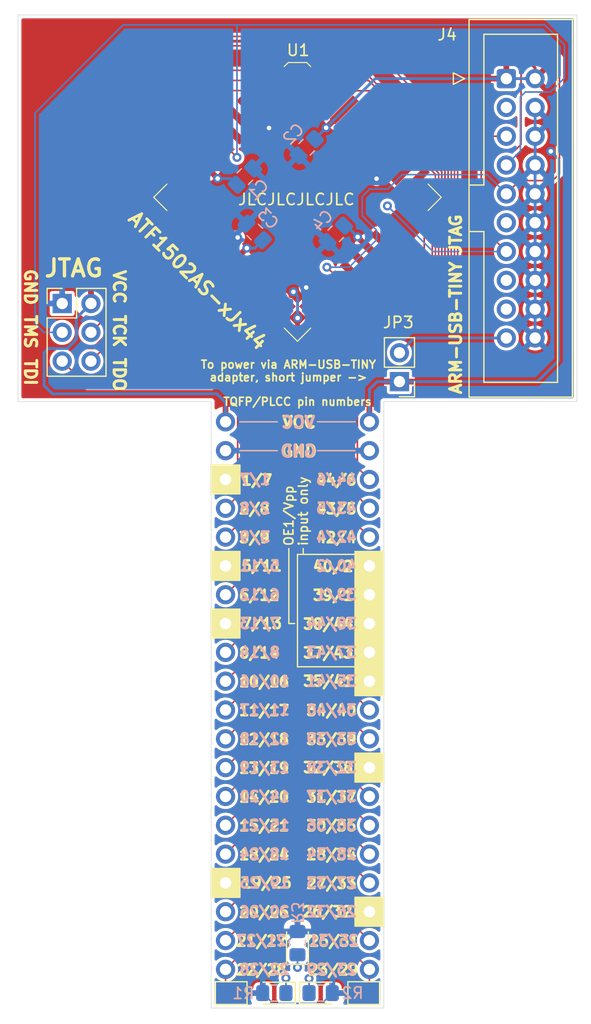
<source format=kicad_pcb>
(kicad_pcb (version 20211014) (generator pcbnew)
  (layers (0 "F.Cu" signal) (31 "B.Cu" signal) (34 "B.Paste" user) (35 "F.Paste" user) (36 "B.SilkS" user "B.Silkscreen") (37 "F.SilkS" user "F.Silkscreen") (38 "B.Mask" user) (39 "F.Mask" user) (44 "Edge.Cuts" user))
  (net 0 "")
  (net 1 "GND")
  (net 2 "+5V")
  (net 3 "/TDO")
  (net 4 "/TDI")
  (net 5 "/TCK")
  (net 6 "/TMS")
  (net 7 "Net-(J2-Pad17)")
  (net 8 "Net-(J2-Pad16)")
  (net 9 "Net-(J2-Pad15)")
  (net 10 "Net-(J2-Pad14)")
  (net 11 "Net-(J2-Pad12)")
  (net 12 "Net-(J2-Pad11)")
  (net 13 "Net-(J2-Pad10)")
  (net 14 "Net-(J2-Pad9)")
  (net 15 "Net-(J2-Pad8)")
  (net 16 "Net-(J2-Pad7)")
  (net 17 "Net-(J2-Pad6)")
  (net 18 "Net-(J2-Pad5)")
  (net 19 "Net-(J2-Pad4)")
  (net 20 "Net-(J2-Pad3)")
  (net 21 "Net-(J3-Pad17)")
  (net 22 "Net-(J3-Pad16)")
  (net 23 "Net-(J3-Pad15)")
  (net 24 "Net-(J3-Pad14)")
  (net 25 "Net-(J3-Pad12)")
  (net 26 "Net-(J3-Pad11)")
  (net 27 "Net-(J3-Pad10)")
  (net 28 "Net-(J3-Pad9)")
  (net 29 "Net-(J3-Pad8)")
  (net 30 "Net-(J3-Pad7)")
  (net 31 "Net-(J3-Pad6)")
  (net 32 "Net-(J3-Pad5)")
  (net 33 "Net-(J3-Pad4)")
  (net 34 "Net-(J3-Pad3)")
  (net 35 "Net-(D1-Pad2)")
  (net 36 "Net-(D2-Pad2)")
  (net 37 "/LED1")
  (net 38 "/LED2")
  (net 39 "Net-(J2-Pad2)")
  (net 40 "Net-(J3-Pad19)")
  (net 45 "Net-(D1-Pad1)")
  (net 46 "Net-(D2-Pad1)")
  (net 47 "Net-(D3-Pad1)")
  (net 48 "/+5V_POWER_FROM_ARM_JTAG_TINY")
  (footprint "LED_SMD:LED_0805_2012Metric_Pad1.15x1.40mm_HandSolder" (layer "F.Cu") (at 154.303333 152.09 180)
    (fp_text reference "D1" hide)
    (fp_text value "GRN")
  )
  (footprint "LED_SMD:LED_0805_2012Metric_Pad1.15x1.40mm_HandSolder" (layer "F.Cu") (at 156.35 147.6875 90)
    (fp_text reference "D3" hide)
    (fp_text value "GRN")
  )
  (footprint "Jumper:SolderJumper-2_P1.3mm_Open_TrianglePad1.0x1.5mm" (layer "F.Cu") (at 150.5 152.09)
    (fp_text reference "JP1" hide)
    (fp_text value "DNP" hide)
  )
  (footprint "Jumper:SolderJumper-2_P1.3mm_Open_TrianglePad1.0x1.5mm" (layer "F.Cu") (at 162.2 152.09 180)
    (fp_text reference "JP2" hide)
    (fp_text value "DNP" hide)
  )
  (footprint "Connector_PinHeader_2.54mm:PinHeader_2x03_P2.54mm_Vertical" (layer "F.Cu") (at 135.58 91.31)
    (fp_text reference "J1" hide)
    (fp_text value "VERT" hide)
  )
  (footprint "LED_SMD:LED_0805_2012Metric_Pad1.15x1.40mm_HandSolder" (layer "F.Cu") (at 158.396666 152.09)
    (fp_text reference "D2" hide)
    (fp_text value "GRN")
  )
  (footprint "Connector_IDC:IDC-Header_2x10_P2.54mm_Vertical" (layer "F.Cu") (at 174.7875 71.49)
    (fp_text reference "J4")
    (fp_text value "Conn_02x10_Odd_Even" hide)
  )
  (footprint "my_footprints:PLCC-44-handsold" (layer "F.Cu") (at 156.35 81.95 -45)
    (fp_text reference "U1")
    (fp_text value "ATF1502AS-xJx44")
  )
  (footprint "Connector_PinHeader_2.54mm:PinHeader_1x02_P2.54mm_Vertical" (layer "F.Cu") (at 165.35 98.195 180)
    (fp_text reference "JP3")
    (fp_text value "Jumper_2_Bridged")
  )
  (footprint "Capacitor_SMD:C_0805_2012Metric_Pad1.15x1.40mm_HandSolder" (layer "B.Cu") (at 152.575216 85.005216 135)
    (fp_text reference "C3")
    (fp_text value "220n" hide)
  )
  (footprint "Capacitor_SMD:C_0805_2012Metric_Pad1.15x1.40mm_HandSolder" (layer "B.Cu") (at 159.73 85.17 -135)
    (fp_text reference "C4")
    (fp_text value "220n" hide)
  )
  (footprint "ATF1502AS-EVB:PinHeader_1x20_P2.54mm_Vertical_NoSilk" (layer "B.Cu") (at 162.7 101.74 180)
    (fp_text reference "J3" hide)
    (fp_text value "VERT" hide)
  )
  (footprint "Capacitor_SMD:C_0805_2012Metric_Pad1.15x1.40mm_HandSolder" (layer "B.Cu") (at 151.71 80.12 45)
    (fp_text reference "C1")
    (fp_text value "220n" hide)
  )
  (footprint "ATF1502AS-EVB:PinHeader_1x20_P2.54mm_Vertical_NoSilk" (layer "B.Cu") (at 150 150)
    (fp_text reference "J2" hide)
    (fp_text value "VERT" hide)
  )
  (footprint "Capacitor_SMD:C_0805_2012Metric_Pad1.15x1.40mm_HandSolder" (layer "B.Cu") (at 157.16 77.54 -135)
    (fp_text reference "C2")
    (fp_text value "220n" hide)
  )
  (footprint "Resistor_SMD:R_0805_2012Metric_Pad1.15x1.40mm_HandSolder" (layer "B.Cu") (at 156.35 147.69 90)
    (fp_text reference "R3")
    (fp_text value "10k")
  )
  (footprint "Resistor_SMD:R_0805_2012Metric_Pad1.15x1.40mm_HandSolder" (layer "B.Cu") (at 158.4 152.09)
    (fp_text reference "R2")
    (fp_text value "10k")
  )
  (footprint "Resistor_SMD:R_0805_2012Metric_Pad1.15x1.40mm_HandSolder" (layer "B.Cu") (at 154.31 152.09 180)
    (fp_text reference "R1")
    (fp_text value "10k")
  )
  (gr_line (start 151.27 104.28) (end 154.572 104.28) (layer "B.SilkS") (width 0.12))
  (gr_line (start 151.27 101.74) (end 154.572 101.74) (layer "B.SilkS") (width 0.12))
  (gr_line (start 158.128 101.74) (end 161.43 101.74) (layer "B.SilkS") (width 0.12))
  (gr_line (start 158.128 104.28) (end 161.43 104.28) (layer "B.SilkS") (width 0.12))
  (gr_rect (start 148.73 113.17) (end 151.27 115.71) (layer "F.SilkS") (width 0.12) (fill solid))
  (gr_line (start 158.128 104.28) (end 161.43 104.28) (layer "F.SilkS") (width 0.12))
  (gr_line (start 156.096 119.52) (end 155.588 119.52) (layer "F.SilkS") (width 0.12))
  (gr_rect (start 148.73 105.55) (end 151.27 108.09) (layer "F.SilkS") (width 0.12) (fill solid))
  (gr_line (start 161.43 123.33) (end 156.35 123.33) (layer "F.SilkS") (width 0.12))
  (gr_rect (start 148.73 118.25) (end 151.27 120.79) (layer "F.SilkS") (width 0.12) (fill solid))
  (gr_rect (start 163.97 143.65) (end 161.43 146.19) (layer "F.SilkS") (width 0.12) (fill solid))
  (gr_rect (start 163.97 113.17) (end 161.43 125.87) (layer "F.SilkS") (width 0.12) (fill solid))
  (gr_line (start 158.128 101.74) (end 161.43 101.74) (layer "F.SilkS") (width 0.12))
  (gr_line (start 151.27 101.74) (end 154.572 101.74) (layer "F.SilkS") (width 0.12))
  (gr_line (start 156.858 113.424) (end 156.858 112.916) (layer "F.SilkS") (width 0.12))
  (gr_line (start 156.35 113.424) (end 161.43 113.424) (layer "F.SilkS") (width 0.12))
  (gr_line (start 155.588 119.52) (end 155.588 112.916) (layer "F.SilkS") (width 0.12))
  (gr_rect (start 163.97 130.95) (end 161.43 133.49) (layer "F.SilkS") (width 0.12) (fill solid))
  (gr_line (start 156.35 123.33) (end 156.35 113.424) (layer "F.SilkS") (width 0.12))
  (gr_line (start 151.27 104.28) (end 154.572 104.28) (layer "F.SilkS") (width 0.12))
  (gr_rect (start 148.73 141.11) (end 151.27 143.65) (layer "F.SilkS") (width 0.12) (fill solid))
  (gr_line (start 163.97 99.962) (end 181.02 99.962) (layer "Edge.Cuts") (width 0.05))
  (gr_line (start 131.68 65.88) (end 131.68 99.962) (layer "Edge.Cuts") (width 0.05))
  (gr_line (start 131.68 99.962) (end 148.73 99.962) (layer "Edge.Cuts") (width 0.05))
  (gr_line (start 148.73 153.41) (end 163.97 153.41) (layer "Edge.Cuts") (width 0.05))
  (gr_line (start 181.02 99.962) (end 181.02 65.88) (layer "Edge.Cuts") (width 0.05))
  (gr_line (start 148.73 153.41) (end 148.73 99.962) (layer "Edge.Cuts") (width 0.05))
  (gr_line (start 163.97 153.41) (end 163.97 99.962) (layer "Edge.Cuts") (width 0.05))
  (gr_line (start 181.02 65.88) (end 131.68 65.88) (layer "Edge.Cuts") (width 0.05))
  (gr_text "GND" (at 158.128 104.33) (layer "B.SilkS") (effects (font (size 1.016 1.016) (thickness 0.254)) (justify left mirror)))
  (gr_text "VCC" (at 158.031238 101.79) (layer "B.SilkS") (effects (font (size 1.016 1.016) (thickness 0.254)) (justify left mirror)))
  (gr_text "14/20" (at 155.778286 134.76) (layer "B.SilkS") (effects (font (size 0.9 0.9) (thickness 0.225)) (justify left mirror)))
  (gr_text "42/4" (at 157.874 111.9) (layer "B.SilkS") (effects (font (size 0.9 0.9) (thickness 0.225)) (justify right mirror)))
  (gr_text "30/36" (at 157.016857 137.3) (layer "B.SilkS") (effects (font (size 0.9 0.9) (thickness 0.225)) (justify right mirror)))
  (gr_text "19/25" (at 155.778286 142.38) (layer "B.SilkS") (effects (font (size 0.9 0.9) (thickness 0.225)) (justify left mirror)))
  (gr_text "18/24" (at 155.778286 139.84) (layer "B.SilkS") (effects (font (size 0.9 0.9) (thickness 0.225)) (justify left mirror)))
  (gr_text "13/19" (at 155.778286 132.22) (layer "B.SilkS") (effects (font (size 0.9 0.9) (thickness 0.225)) (justify left mirror)))
  (gr_text "44/6" (at 157.874 106.82) (layer "B.SilkS") (effects (font (size 0.9 0.9) (thickness 0.225)) (justify right mirror)))
  (gr_text "43/5" (at 157.874 109.36) (layer "B.SilkS") (effects (font (size 0.9 0.9) (thickness 0.225)) (justify right mirror)))
  (gr_text "31/37" (at 157.016857 134.76) (layer "B.SilkS") (effects (font (size 0.9 0.9) (thickness 0.225)) (justify right mirror)))
  (gr_text "3/9" (at 154.064 111.9) (layer "B.SilkS") (effects (font (size 0.9 0.9) (thickness 0.225)) (justify left mirror)))
  (gr_text "1/7" (at 154.064 106.82) (layer "B.SilkS") (effects (font (size 0.9 0.9) (thickness 0.225)) (justify left mirror)))
  (gr_text "15/21" (at 155.778286 137.3) (layer "B.SilkS") (effects (font (size 0.9 0.9) (thickness 0.225)) (justify left mirror)))
  (gr_text "10/16" (at 155.778286 124.6) (layer "B.SilkS") (effects (font (size 0.9 0.9) (thickness 0.225)) (justify left mirror)))
  (gr_text "39/1" (at 157.874 116.98) (layer "B.SilkS") (effects (font (size 0.9 0.9) (thickness 0.225)) (justify right mirror)))
  (gr_text "20/26" (at 155.778286 144.92) (layer "B.SilkS") (effects (font (size 0.9 0.9) (thickness 0.225)) (justify left mirror)))
  (gr_text "26/32" (at 157.016857 144.92) (layer "B.SilkS") (effects (font (size 0.9 0.9) (thickness 0.225)) (justify right mirror)))
  (gr_text "21/27" (at 155.51 147.46) (layer "B.SilkS") (effects (font (size 0.9 0.9) (thickness 0.225)) (justify left mirror)))
  (gr_text "23/29" (at 157.016857 150) (layer "B.SilkS") (effects (font (size 0.9 0.9) (thickness 0.225)) (justify right mirror)))
  (gr_text "27/33" (at 157.016857 142.38) (layer "B.SilkS") (effects (font (size 0.9 0.9) (thickness 0.225)) (justify right mirror)))
  (gr_text "7/13" (at 154.921143 119.52) (layer "B.SilkS") (effects (font (size 0.9 0.9) (thickness 0.225)) (justify left mirror)))
  (gr_text "28/34" (at 157.016857 139.84) (layer "B.SilkS") (effects (font (size 0.9 0.9) (thickness 0.225)) (justify right mirror)))
  (gr_text "2/8" (at 154.064 109.36) (layer "B.SilkS") (effects (font (size 0.9 0.9) (thickness 0.225)) (justify left mirror)))
  (gr_text "5/11" (at 154.921143 114.44) (layer "B.SilkS") (effects (font (size 0.9 0.9) (thickness 0.225)) (justify left mirror)))
  (gr_text "35/41" (at 157.016857 124.6) (layer "B.SilkS") (effects (font (size 0.9 0.9) (thickness 0.225)) (justify right mirror)))
  (gr_text "38/44" (at 157.016857 119.52) (layer "B.SilkS") (effects (font (size 0.9 0.9) (thickness 0.225)) (justify right mirror)))
  (gr_text "11/17" (at 155.778286 127.14) (layer "B.SilkS") (effects (font (size 0.9 0.9) (thickness 0.225)) (justify left mirror)))
  (gr_text "25/31" (at 157.2 147.46) (layer "B.SilkS") (effects (font (size 0.9 0.9) (thickness 0.225)) (justify right mirror)))
  (gr_text "12/18" (at 155.778286 129.68) (layer "B.SilkS") (effects (font (size 0.9 0.9) (thickness 0.225)) (justify left mirror)))
  (gr_text "37/43" (at 157.016857 122.06) (layer "B.SilkS") (effects (font (size 0.9 0.9) (thickness 0.225)) (justify right mirror)))
  (gr_text "40/2" (at 157.874 114.44) (layer "B.SilkS") (effects (font (size 0.9 0.9) (thickness 0.225)) (justify right mirror)))
  (gr_text "32/38" (at 157.016857 132.22) (layer "B.SilkS") (effects (font (size 0.9 0.9) (thickness 0.225)) (justify right mirror)))
  (gr_text "8/14" (at 154.921143 122.06) (layer "B.SilkS") (effects (font (size 0.9 0.9) (thickness 0.225)) (justify left mirror)))
  (gr_text "33/39" (at 157.016857 129.68) (layer "B.SilkS") (effects (font (size 0.9 0.9) (thickness 0.225)) (justify right mirror)))
  (gr_text "6/12" (at 154.921143 116.98) (layer "B.SilkS") (effects (font (size 0.9 0.9) (thickness 0.225)) (justify left mirror)))
  (gr_text "22/28" (at 155.778286 150) (layer "B.SilkS") (effects (font (size 0.9 0.9) (thickness 0.225)) (justify left mirror)))
  (gr_text "34/40" (at 157.016857 127.14) (layer "B.SilkS") (effects (font (size 0.9 0.9) (thickness 0.225)) (justify right mirror)))
  (gr_text "1/7" (at 151.29 106.87) (layer "F.SilkS") (effects (font (size 0.9 0.9) (thickness 0.225)) (justify left)))
  (gr_text "2/8" (at 151.07 109.41) (layer "F.SilkS") (effects (font (size 0.9 0.9) (thickness 0.225)) (justify left)))
  (gr_text "3/9" (at 151.07 111.95) (layer "F.SilkS") (effects (font (size 0.9 0.9) (thickness 0.225)) (justify left)))
  (gr_text "5/11" (at 151.29 114.44) (layer "F.SilkS") (effects (font (size 0.9 0.9) (thickness 0.225)) (justify left)))
  (gr_text "6/12" (at 151.07 117.03) (layer "F.SilkS") (effects (font (size 0.9 0.9) (thickness 0.225)) (justify left)))
  (gr_text "7/13" (at 151.29 119.52) (layer "F.SilkS") (effects (font (size 0.9 0.9) (thickness 0.225)) (justify left)))
  (gr_text "8/14" (at 151.07 122.11) (layer "F.SilkS") (effects (font (size 0.9 0.9) (thickness 0.225)) (justify left)))
  (gr_text "10/16" (at 151.07 124.65) (layer "F.SilkS") (effects (font (size 0.9 0.9) (thickness 0.225)) (justify left)))
  (gr_text "11/17" (at 151.07 127.19) (layer "F.SilkS") (effects (font (size 0.9 0.9) (thickness 0.225)) (justify left)))
  (gr_text "12/18" (at 151.07 129.73) (layer "F.SilkS") (effects (font (size 0.9 0.9) (thickness 0.225)) (justify left)))
  (gr_text "13/19" (at 151.07 132.27) (layer "F.SilkS") (effects (font (size 0.9 0.9) (thickness 0.225)) (justify left)))
  (gr_text "14/20" (at 151.07 134.81) (layer "F.SilkS") (effects (font (size 0.9 0.9) (thickness 0.225)) (justify left)))
  (gr_text "15/21" (at 151.07 137.35) (layer "F.SilkS") (effects (font (size 0.9 0.9) (thickness 0.225)) (justify left)))
  (gr_text "18/24" (at 151.07 139.89) (layer "F.SilkS") (effects (font (size 0.9 0.9) (thickness 0.225)) (justify left)))
  (gr_text "19/25" (at 151.3 142.38) (layer "F.SilkS") (effects (font (size 0.9 0.9) (thickness 0.225)) (justify left)))
  (gr_text "20/26" (at 151.07 144.97) (layer "F.SilkS") (effects (font (size 0.9 0.9) (thickness 0.225)) (justify left)))
  (gr_text "21/27" (at 150.83 147.51) (layer "F.SilkS") (effects (font (size 0.9 0.9) (thickness 0.225)) (justify left)))
  (gr_text "22/28" (at 150.83 150.05) (layer "F.SilkS") (effects (font (size 0.9 0.9) (thickness 0.225)) (justify left)))
  (gr_text "23/29" (at 161.84 150.05) (layer "F.SilkS") (effects (font (size 0.9 0.9) (thickness 0.225)) (justify right)))
  (gr_text "25/31" (at 161.92 147.51) (layer "F.SilkS") (effects (font (size 0.9 0.9) (thickness 0.225)) (justify right)))
  (gr_text "26/32" (at 161.32 144.92) (layer "F.SilkS") (effects (font (size 0.9 0.9) (thickness 0.225)) (justify right)))
  (gr_text "27/33" (at 161.684 142.43) (layer "F.SilkS") (effects (font (size 0.9 0.9) (thickness 0.225)) (justify right)))
  (gr_text "28/34" (at 161.684 139.89) (layer "F.SilkS") (effects (font (size 0.9 0.9) (thickness 0.225)) (justify right)))
  (gr_text "30/36" (at 161.684 137.35) (layer "F.SilkS") (effects (font (size 0.9 0.9) (thickness 0.225)) (justify right)))
  (gr_text "31/37" (at 161.684 134.81) (layer "F.SilkS") (effects (font (size 0.9 0.9) (thickness 0.225)) (justify right)))
  (gr_text "32/38" (at 161.4 132.22) (layer "F.SilkS") (effects (font (size 0.9 0.9) (thickness 0.225)) (justify right)))
  (gr_text "33/39" (at 161.684 129.73) (layer "F.SilkS") (effects (font (size 0.9 0.9) (thickness 0.225)) (justify right)))
  (gr_text "34/40" (at 161.684 127.19) (layer "F.SilkS") (effects (font (size 0.9 0.9) (thickness 0.225)) (justify right)))
  (gr_text "35/41" (at 161.4 124.6) (layer "F.SilkS") (effects (font (size 0.9 0.9) (thickness 0.225)) (justify right)))
  (gr_text "37/43" (at 161.4 122.11) (layer "F.SilkS") (effects (font (size 0.9 0.9) (thickness 0.225)) (justify right)))
  (gr_text "38/44" (at 161.4 119.57) (layer "F.SilkS") (effects (font (size 0.9 0.9) (thickness 0.225)) (justify right)))
  (gr_text "39/1" (at 161.4 117.03) (layer "F.SilkS") (effects (font (size 0.9 0.9) (thickness 0.225)) (justify right)))
  (gr_text "40/2" (at 161.4 114.49) (layer "F.SilkS") (effects (font (size 0.9 0.9) (thickness 0.225)) (justify right)))
  (gr_text "42/4" (at 161.684 111.95) (layer "F.SilkS") (effects (font (size 0.9 0.9) (thickness 0.225)) (justify right)))
  (gr_text "43/5" (at 161.684 109.41) (layer "F.SilkS") (effects (font (size 0.9 0.9) (thickness 0.225)) (justify right)))
  (gr_text "44/6" (at 161.684 106.87) (layer "F.SilkS") (effects (font (size 0.9 0.9) (thickness 0.225)) (justify right)))
  (gr_text "TMS" (at 132.78 95.42 270) (layer "F.SilkS") (effects (font (size 1.016 1.016) (thickness 0.254)) (justify right)))
  (gr_text "TDI" (at 132.78 98.67 270) (layer "F.SilkS") (effects (font (size 1.016 1.016) (thickness 0.254)) (justify right)))
  (gr_text "GND" (at 132.78 91.580381 270) (layer "F.SilkS") (effects (font (size 1.016 1.016) (thickness 0.254)) (justify right)))
  (gr_text "JTAG" (at 136.6 88.2) (layer "F.SilkS") (effects (font (size 1.5 1.5) (thickness 0.3))))
  (gr_text "VCC" (at 140.62 88.23 270) (layer "F.SilkS") (effects (font (size 1.016 1.016) (thickness 0.254)) (justify left)))
  (gr_text "TCK" (at 140.62 92.17 270) (layer "F.SilkS") (effects (font (size 1.016 1.016) (thickness 0.254)) (justify left)))
  (gr_text "TDO" (at 140.62 95.97 270) (layer "F.SilkS") (effects (font (size 1.016 1.016) (thickness 0.254)) (justify left)))
  (gr_text "VCC" (at 154.874381 101.79) (layer "F.SilkS") (effects (font (size 1.016 1.016) (thickness 0.254)) (justify left)))
  (gr_text "To power via ARM-USB-TINY\nadapter, short jumper ->" (at 155.55 97.25) (layer "F.SilkS") (effects (font (size 0.7 0.7))))
  (gr_text "TQFP/PLCC pin numbers" (at 156.35 99.962) (layer "F.SilkS") (effects (font (size 0.7 0.7))))
  (gr_text "ATF1502AS-xJx44" (at 147.55 89.28 315) (layer "F.SilkS") (effects (font (size 1.2 1.2) (thickness 0.25))))
  (gr_text "ARM-USB-TINY JTAG" (at 170.32 91.38 90) (layer "F.SilkS") (effects (font (size 1 1) (thickness 0.25))))
  (gr_text "JLCJLCJLCJLC" (at 156.25 82.14) (layer "F.SilkS") (effects (font (size 1 1))))
  (gr_text "GND" (at 154.777619 104.33) (layer "F.SilkS") (effects (font (size 1.016 1.016) (thickness 0.254)) (justify left)))
  (gr_text "OE1/Vpp" (at 155.588 110.014 90) (layer "F.SilkS") (effects (font (size 0.8 0.8))))
  (gr_text "input only" (at 156.858 109.614 90) (layer "F.SilkS") (effects (font (size 0.8 0.8))))
  (segment (start 152.240768 74.240768) (end 153.84 75.84) (width 0.25) (layer "F.Cu") (net 1))
  (segment (start 158.671078 91.451078) (end 157.12 89.9) (width 0.25) (layer "F.Cu") (net 1))
  (segment (start 152.232871 74.240768) (end 152.240768 74.240768) (width 0.25) (layer "F.Cu") (net 1))
  (segment (start 158.671078 91.455283) (end 158.671078 91.451078) (width 0.25) (layer "F.Cu") (net 1))
  (segment (start 149.594845 86.965155) (end 151.07 85.49) (width 0.25) (layer "F.Cu") (net 1))
  (segment (start 164.957257 78.730896) (end 164.909104 78.730896) (width 0.25) (layer "F.Cu") (net 1))
  (segment (start 164.909104 78.730896) (end 163.33 80.31) (width 0.25) (layer "F.Cu") (net 1))
  (segment (start 149.538794 86.965155) (end 149.594845 86.965155) (width 0.25) (layer "F.Cu") (net 1))
  (via (at 151.07 85.49) (size 0.8) (drill 0.4) (layers "F.Cu" "B.Cu") (net 1))
  (via (at 163.33 80.31) (size 0.8) (drill 0.4) (layers "F.Cu" "B.Cu") (net 1))
  (via (at 157.12 89.9) (size 0.8) (drill 0.4) (layers "F.Cu" "B.Cu") (net 1))
  (via (at 153.84 75.84) (size 0.8) (drill 0.4) (layers "F.Cu" "B.Cu") (net 1))
  (segment (start 154.195 153) (end 158.515 153) (width 0.14) (layer "B.Cu") (net 1))
  (segment (start 177.3275 74.03) (end 177.3275 94.35) (width 0.25) (layer "B.Cu") (net 1))
  (segment (start 153.285 149.73) (end 153.285 152.09) (width 0.14) (layer "B.Cu") (net 1))
  (segment (start 151.07 85.060864) (end 151.850432 84.280432) (width 0.25) (layer "B.Cu") (net 1))
  (segment (start 158.515 153) (end 159.425 152.09) (width 0.14) (layer "B.Cu") (net 1))
  (segment (start 151.07 85.49) (end 151.07 85.060864) (width 0.25) (layer "B.Cu") (net 1))
  (segment (start 156.35 146.665) (end 153.285 149.73) (width 0.14) (layer "B.Cu") (net 1))
  (segment (start 153.285 152.09) (end 154.195 153) (width 0.14) (layer "B.Cu") (net 1))
  (segment (start 150.44682 87.86318) (end 151.88 86.43) (width 0.25) (layer "F.Cu") (net 2))
  (segment (start 158.88 75.82) (end 158.88 83.68) (width 0.25) (layer "F.Cu") (net 2))
  (segment (start 177.3275 70.5475) (end 174.97 68.19) (width 0.25) (layer "F.Cu") (net 2))
  (segment (start 178.71 72.8725) (end 178.71 77.9) (width 0.25) (layer "F.Cu") (net 2))
  (segment (start 140.46 76.08) (end 140.46 93.13) (width 0.25) (layer "F.Cu") (net 2))
  (segment (start 149.3 81.89) (end 152.21 84.8) (width 0.25) (layer "F.Cu") (net 2))
  (segment (start 152.21 86.1) (end 151.88 86.43) (width 0.25) (layer "F.Cu") (net 2))
  (segment (start 150.43682 87.86318) (end 150.44682 87.86318) (width 0.25) (layer "F.Cu") (net 2))
  (segment (start 155.99 90.28) (end 154.6 88.89) (width 0.25) (layer "F.Cu") (net 2))
  (segment (start 160.459232 74.240768) (end 158.88 75.82) (width 0.25) (layer "F.Cu") (net 2))
  (segment (start 136.82 94.64) (end 136.82 92.61) (width 0.25) (layer "F.Cu") (net 2))
  (segment (start 177.3275 71.49) (end 177.3275 70.5475) (width 0.25) (layer "F.Cu") (net 2))
  (segment (start 158.09 83.79) (end 154.6 87.28) (width 0.25) (layer "F.Cu") (net 2))
  (segment (start 147.742743 78.730896) (end 147.742743 78.742743) (width 0.25) (layer "F.Cu") (net 2))
  (segment (start 161.66 85.44) (end 160.01 83.79) (width 0.25) (layer "F.Cu") (net 2))
  (segment (start 163.161206 86.965155) (end 163.161206 86.941206) (width 0.25) (layer "F.Cu") (net 2))
  (segment (start 158.88 83.68) (end 158.99 83.79) (width 0.25) (layer "F.Cu") (net 2))
  (segment (start 147.742743 78.742743) (end 149.3 80.3) (width 0.25) (layer "F.Cu") (net 2))
  (segment (start 154.6 88.89) (end 154.6 87.28) (width 0.25) (layer "F.Cu") (net 2))
  (segment (start 148.35 68.19) (end 140.46 76.08) (width 0.25) (layer "F.Cu") (net 2))
  (segment (start 163.161206 86.941206) (end 161.66 85.44) (width 0.25) (layer "F.Cu") (net 2))
  (segment (start 152.21 84.8) (end 152.21 86.1) (width 0.25) (layer "F.Cu") (net 2))
  (segment (start 154.6 87.28) (end 152.73 87.28) (width 0.25) (layer "F.Cu") (net 2))
  (segment (start 140.46 93.13) (end 138.37 95.22) (width 0.25) (layer "F.Cu") (net 2))
  (segment (start 152.73 87.28) (end 151.88 86.43) (width 0.25) (layer "F.Cu") (net 2))
  (segment (start 138.37 95.22) (end 137.4 95.22) (width 0.25) (layer "F.Cu") (net 2))
  (segment (start 177.3275 71.49) (end 178.71 72.8725) (width 0.25) (layer "F.Cu") (net 2))
  (segment (start 149.3 80.3) (end 149.3 81.89) (width 0.25) (layer "F.Cu") (net 2))
  (segment (start 156.36 92.59) (end 156.36 146.6525) (width 0.25) (layer "F.Cu") (net 2))
  (segment (start 136.82 92.61) (end 138.12 91.31) (width 0.25) (layer "F.Cu") (net 2))
  (segment (start 137.4 95.22) (end 136.82 94.64) (width 0.25) (layer "F.Cu") (net 2))
  (segment (start 160.467129 74.240768) (end 160.459232 74.240768) (width 0.25) (layer "F.Cu") (net 2))
  (segment (start 160.01 83.79) (end 158.99 83.79) (width 0.25) (layer "F.Cu") (net 2))
  (segment (start 156.36 146.6525) (end 156.35 146.6625) (width 0.25) (layer "F.Cu") (net 2))
  (segment (start 174.97 68.19) (end 148.35 68.19) (width 0.25) (layer "F.Cu") (net 2))
  (segment (start 158.99 83.79) (end 158.09 83.79) (width 0.25) (layer "F.Cu") (net 2))
  (via (at 178.71 77.9) (size 0.8) (drill 0.4) (layers "F.Cu" "B.Cu") (net 2))
  (via (at 155.99 90.28) (size 0.8) (drill 0.4) (layers "F.Cu" "B.Cu") (net 2))
  (via (at 156.36 92.59) (size 0.8) (drill 0.4) (layers "F.Cu" "B.Cu") (net 2))
  (via (at 161.66 85.44) (size 0.8) (drill 0.4) (layers "F.Cu" "B.Cu") (net 2))
  (via (at 151.88 86.43) (size 0.8) (drill 0.4) (layers "F.Cu" "B.Cu") (net 2))
  (via (at 149.3 80.3) (size 0.8) (drill 0.4) (layers "F.Cu" "B.Cu") (net 2))
  (via (at 158.88 75.82) (size 0.8) (drill 0.4) (layers "F.Cu" "B.Cu") (net 2))
  (segment (start 149.24 99.27) (end 150 100.03) (width 0.25) (layer "B.Cu") (net 2))
  (segment (start 179.4 78.59) (end 178.71 77.9) (width 0.25) (layer "B.Cu") (net 2))
  (segment (start 157.884784 76.815216) (end 158.88 75.82) (width 0.25) (layer "B.Cu") (net 2))
  (segment (start 138.12 91.31) (end 136.83 92.6) (width 0.25) (layer "B.Cu") (net 2))
  (segment (start 162.7 98.87) (end 163.375 98.195) (width 0.25) (layer "B.Cu") (net 2))
  (segment (start 163.21 71.49) (end 158.88 75.82) (width 0.25) (layer "B.Cu") (net 2))
  (segment (start 149.3 80.3) (end 150.440432 80.3) (width 0.25) (layer "B.Cu") (net 2))
  (segment (start 133.98 98.53) (end 134.72 99.27) (width 0.25) (layer "B.Cu") (net 2))
  (segment (start 174.7875 71.49) (end 177.3275 71.49) (width 0.25) (layer "B.Cu") (net 2))
  (segment (start 136.83 94.48) (end 136.035 95.275) (width 0.25) (layer "B.Cu") (net 2))
  (segment (start 150.440432 80.3) (end 150.985216 80.844784) (width 0.25) (layer "B.Cu") (net 2))
  (segment (start 152.6 86.43) (end 153.3 85.73) (width 0.25) (layer "B.Cu") (net 2))
  (segment (start 136.035 95.275) (end 134.345 95.275) (width 0.25) (layer "B.Cu") (net 2))
  (segment (start 162.7 101.74) (end 162.7 98.87) (width 0.25) (layer "B.Cu") (net 2))
  (segment (start 177.535 98.195) (end 179.4 96.33) (width 0.25) (layer "B.Cu") (net 2))
  (segment (start 165.35 98.195) (end 177.535 98.195) (width 0.25) (layer "B.Cu") (net 2))
  (segment (start 160.454784 84.445216) (end 160.665216 84.445216) (width 0.25) (layer "B.Cu") (net 2))
  (segment (start 156.36 92.59) (end 156.36 90.65) (width 0.25) (layer "B.Cu") (net 2))
  (segment (start 163.375 98.195) (end 165.35 98.195) (width 0.25) (layer "B.Cu") (net 2))
  (segment (start 136.83 92.6) (end 136.83 94.48) (width 0.25) (layer "B.Cu") (net 2))
  (segment (start 179.4 96.33) (end 179.4 78.59) (width 0.25) (layer "B.Cu") (net 2))
  (segment (start 150 100.03) (end 150 101.74) (width 0.25) (layer "B.Cu") (net 2))
  (segment (start 134.345 95.275) (end 133.98 95.64) (width 0.25) (layer "B.Cu") (net 2))
  (segment (start 134.72 99.27) (end 149.24 99.27) (width 0.25) (layer "B.Cu") (net 2))
  (segment (start 156.36 90.65) (end 155.99 90.28) (width 0.25) (layer "B.Cu") (net 2))
  (segment (start 133.98 95.64) (end 133.98 98.53) (width 0.25) (layer "B.Cu") (net 2))
  (segment (start 174.7875 71.49) (end 163.21 71.49) (width 0.25) (layer "B.Cu") (net 2))
  (segment (start 151.88 86.43) (end 152.6 86.43) (width 0.25) (layer "B.Cu") (net 2))
  (segment (start 160.665216 84.445216) (end 161.66 85.44) (width 0.25) (layer "B.Cu") (net 2))
  (segment (start 165.855283 84.595283) (end 166.64 85.38) (width 0.14) (layer "F.Cu") (net 3))
  (segment (start 172.57 84.5125) (end 172.57 77.93) (width 0.14) (layer "F.Cu") (net 3))
  (segment (start 166.64 88.227513) (end 158.84 96.027513) (width 0.14) (layer "F.Cu") (net 3))
  (segment (start 175.54 77.83) (end 176.09 77.28) (width 0.14) (layer "F.Cu") (net 3))
  (segment (start 165.855283 84.271078) (end 164.294205 82.71) (width 0.14) (layer "F.Cu") (net 3))
  (segment (start 176.09 70.58) (end 174.11 68.6) (width 0.14) (layer "F.Cu") (net 3))
  (segment (start 174.11 68.6) (end 148.84 68.6) (width 0.14) (layer "F.Cu") (net 3))
  (segment (start 164.294205 82.71) (end 164.29 82.71) (width 0.14) (layer "F.Cu") (net 3))
  (segment (start 166.64 85.38) (end 166.64 88.227513) (width 0.14) (layer "F.Cu") (net 3))
  (segment (start 148.84 68.6) (end 141.11 76.33) (width 0.14) (layer "F.Cu") (net 3))
  (segment (start 165.855283 84.271078) (end 165.855283 84.595283) (width 0.14) (layer "F.Cu") (net 3))
  (segment (start 172.67 77.83) (end 175.54 77.83) (width 0.14) (layer "F.Cu") (net 3))
  (segment (start 174.7875 86.73) (end 172.57 84.5125) (width 0.14) (layer "F.Cu") (net 3))
  (segment (start 158.84 96.027513) (end 158.84 128.36) (width 0.14) (layer "F.Cu") (net 3))
  (segment (start 141.11 76.33) (end 141.11 93.4) (width 0.14) (layer "F.Cu") (net 3))
  (segment (start 176.09 77.28) (end 176.09 70.58) (width 0.14) (layer "F.Cu") (net 3))
  (segment (start 141.11 93.4) (end 138.12 96.39) (width 0.14) (layer "F.Cu") (net 3))
  (segment (start 158.84 128.36) (end 162.7 132.22) (width 0.14) (layer "F.Cu") (net 3))
  (segment (start 172.57 77.93) (end 172.67 77.83) (width 0.14) (layer "F.Cu") (net 3))
  (via (at 164.29 82.71) (size 0.8) (drill 0.4) (layers "F.Cu" "B.Cu") (net 3))
  (segment (start 168.31 86.73) (end 174.7875 86.73) (width 0.14) (layer "B.Cu") (net 3))
  (segment (start 164.29 82.71) (end 168.31 86.73) (width 0.14) (layer "B.Cu") (net 3))
  (segment (start 163.6 69.48) (end 170.69 76.57) (width 0.14) (layer "F.Cu") (net 4))
  (segment (start 170.69 76.57) (end 174.7875 76.57) (width 0.14) (layer "F.Cu") (net 4))
  (segment (start 151.07 97.197314) (end 151.07 105.75) (width 0.14) (layer "F.Cu") (net 4))
  (segment (start 156.993639 69.48) (end 163.6 69.48) (width 0.14) (layer "F.Cu") (net 4))
  (segment (start 137.81 98.62) (end 148.76 98.62) (width 0.14) (layer "F.Cu") (net 4))
  (segment (start 150.576508 70.76) (end 142.18 79.156508) (width 0.14) (layer "F.Cu") (net 4))
  (segment (start 142.18 88.307314) (end 150.626343 96.753657) (width 0.14) (layer "F.Cu") (net 4))
  (segment (start 154.926948 71.546691) (end 154.140257 70.76) (width 0.14) (layer "F.Cu") (net 4))
  (segment (start 151.07 105.75) (end 150 106.82) (width 0.14) (layer "F.Cu") (net 4))
  (segment (start 154.140257 70.76) (end 150.576508 70.76) (width 0.14) (layer "F.Cu") (net 4))
  (segment (start 150.626343 96.753657) (end 151.07 97.197314) (width 0.14) (layer "F.Cu") (net 4))
  (segment (start 148.76 98.62) (end 150.626343 96.753657) (width 0.14) (layer "F.Cu") (net 4))
  (segment (start 154.926948 71.546691) (end 156.993639 69.48) (width 0.14) (layer "F.Cu") (net 4))
  (segment (start 142.18 79.156508) (end 142.18 88.307314) (width 0.14) (layer "F.Cu") (net 4))
  (segment (start 135.58 96.39) (end 137.81 98.62) (width 0.14) (layer "F.Cu") (net 4))
  (segment (start 174.7875 81.65) (end 175.9575 80.48) (width 0.14) (layer "F.Cu") (net 5))
  (segment (start 161.26 90.8) (end 161.26 91.627613) (width 0.14) (layer "F.Cu") (net 5))
  (segment (start 157.44 139.66) (end 162.7 144.92) (width 0.14) (layer "F.Cu") (net 5))
  (segment (start 175.9575 80.48) (end 178.88 80.48) (width 0.14) (layer "F.Cu") (net 5))
  (segment (start 139.92 75.92) (end 139.92 92.05) (width 0.14) (layer "F.Cu") (net 5))
  (segment (start 160.467129 89.627129) (end 158.95 88.11) (width 0.14) (layer "F.Cu") (net 5))
  (segment (start 179.48 79.88) (end 179.48 69.68) (width 0.14) (layer "F.Cu") (net 5))
  (segment (start 160.467129 89.659232) (end 160.467129 89.627129) (width 0.14) (layer "F.Cu") (net 5))
  (segment (start 160.467129 89.659232) (end 160.467129 90.007129) (width 0.14) (layer "F.Cu") (net 5))
  (segment (start 139.92 92.05) (end 138.12 93.85) (width 0.14) (layer "F.Cu") (net 5))
  (segment (start 179.48 69.68) (end 177.57 67.77) (width 0.14) (layer "F.Cu") (net 5))
  (segment (start 161.26 91.627613) (end 157.44 95.447613) (width 0.14) (layer "F.Cu") (net 5))
  (segment (start 177.57 67.77) (end 148.07 67.77) (width 0.14) (layer "F.Cu") (net 5))
  (segment (start 157.44 95.447613) (end 157.44 139.66) (width 0.14) (layer "F.Cu") (net 5))
  (segment (start 178.88 80.48) (end 179.48 79.88) (width 0.14) (layer "F.Cu") (net 5))
  (segment (start 160.467129 90.007129) (end 161.26 90.8) (width 0.14) (layer "F.Cu") (net 5))
  (segment (start 148.07 67.77) (end 139.92 75.92) (width 0.14) (layer "F.Cu") (net 5))
  (via (at 158.95 88.11) (size 0.8) (drill 0.4) (layers "F.Cu" "B.Cu") (net 5))
  (segment (start 164.33 81.22) (end 162.73 81.22) (width 0.14) (layer "B.Cu") (net 5))
  (segment (start 160.92 88.11) (end 158.95 88.11) (width 0.14) (layer "B.Cu") (net 5))
  (segment (start 174.7875 81.65) (end 173.0875 79.95) (width 0.14) (layer "B.Cu") (net 5))
  (segment (start 165.6 79.95) (end 164.33 81.22) (width 0.14) (layer "B.Cu") (net 5))
  (segment (start 162.06 83.58) (end 163.34 84.86) (width 0.14) (layer "B.Cu") (net 5))
  (segment (start 163.34 84.86) (end 163.34 85.69) (width 0.14) (layer "B.Cu") (net 5))
  (segment (start 163.34 85.69) (end 160.92 88.11) (width 0.14) (layer "B.Cu") (net 5))
  (segment (start 162.06 81.89) (end 162.06 83.58) (width 0.14) (layer "B.Cu") (net 5))
  (segment (start 162.73 81.22) (end 162.06 81.89) (width 0.14) (layer "B.Cu") (net 5))
  (segment (start 173.0875 79.95) (end 165.6 79.95) (width 0.14) (layer "B.Cu") (net 5))
  (segment (start 152.47 96.617414) (end 152.47 117.05) (width 0.14) (layer "F.Cu") (net 6))
  (segment (start 147.166408 76.15) (end 143.58 79.736408) (width 0.14) (layer "F.Cu") (net 6))
  (segment (start 149.538794 76.934845) (end 149.538794 76.958794) (width 0.14) (layer "F.Cu") (net 6))
  (segment (start 149.274845 76.934845) (end 148.49 76.15) (width 0.14) (layer "F.Cu") (net 6))
  (segment (start 148.49 76.15) (end 147.166408 76.15) (width 0.14) (layer "F.Cu") (net 6))
  (segment (start 143.58 87.727414) (end 152.47 96.617414) (width 0.14) (layer "F.Cu") (net 6))
  (segment (start 149.538794 76.958794) (end 151.01 78.43) (width 0.14) (layer "F.Cu") (net 6))
  (segment (start 149.538794 76.934845) (end 149.274845 76.934845) (width 0.14) (layer "F.Cu") (net 6))
  (segment (start 143.58 79.736408) (end 143.58 87.727414) (width 0.14) (layer "F.Cu") (net 6))
  (segment (start 152.47 117.05) (end 150 119.52) (width 0.14) (layer "F.Cu") (net 6))
  (via (at 151.01 78.43) (size 0.8) (drill 0.4) (layers "F.Cu" "B.Cu") (net 6))
  (segment (start 133.19 83.38) (end 133.19 74.52) (width 0.14) (layer "B.Cu") (net 6))
  (segment (start 133.96 93.85) (end 133.19 93.08) (width 0.14) (layer "B.Cu") (net 6))
  (segment (start 179.92 71.43) (end 178.68 72.67) (width 0.14) (layer "B.Cu") (net 6))
  (segment (start 176.46 72.67) (end 176.03 73.1) (width 0.14) (layer "B.Cu") (net 6))
  (segment (start 140.96 66.75) (end 151 66.75) (width 0.14) (layer "B.Cu") (net 6))
  (segment (start 151.01 66.76) (end 151 66.75) (width 0.14) (layer "B.Cu") (net 6))
  (segment (start 176.03 73.1) (end 176.03 77.8675) (width 0.14) (layer "B.Cu") (net 6))
  (segment (start 176.03 77.8675) (end 174.7875 79.11) (width 0.14) (layer "B.Cu") (net 6))
  (segment (start 151.01 78.43) (end 151.01 66.76) (width 0.14) (layer "B.Cu") (net 6))
  (segment (start 178.68 72.67) (end 176.46 72.67) (width 0.14) (layer "B.Cu") (net 6))
  (segment (start 133.19 74.52) (end 140.96 66.75) (width 0.14) (layer "B.Cu") (net 6))
  (segment (start 151 66.75) (end 178.17 66.75) (width 0.14) (layer "B.Cu") (net 6))
  (segment (start 135.58 93.85) (end 133.96 93.85) (width 0.14) (layer "B.Cu") (net 6))
  (segment (start 133.19 93.08) (end 133.19 83.38) (width 0.14) (layer "B.Cu") (net 6))
  (segment (start 178.17 66.75) (end 179.92 68.5) (width 0.14) (layer "B.Cu") (net 6))
  (segment (start 179.92 68.5) (end 179.92 71.43) (width 0.14) (layer "B.Cu") (net 6))
  (segment (start 153.714717 72.444717) (end 152.92 71.65) (width 0.14) (layer "F.Cu") (net 7))
  (segment (start 150.082488 71.65) (end 142.46 79.272488) (width 0.14) (layer "F.Cu") (net 7))
  (segment (start 154.028922 72.444717) (end 153.714717 72.444717) (width 0.14) (layer "F.Cu") (net 7))
  (segment (start 142.46 79.272488) (end 142.46 88.191334) (width 0.14) (layer "F.Cu") (net 7))
  (segment (start 142.46 88.191334) (end 151.35 97.081334) (width 0.14) (layer "F.Cu") (net 7))
  (segment (start 151.35 108.01) (end 150 109.36) (width 0.14) (layer "F.Cu") (net 7))
  (segment (start 151.35 97.081334) (end 151.35 108.01) (width 0.14) (layer "F.Cu") (net 7))
  (segment (start 152.92 71.65) (end 150.082488 71.65) (width 0.14) (layer "F.Cu") (net 7))
  (segment (start 142.74 88.075354) (end 151.63 96.965354) (width 0.14) (layer "F.Cu") (net 8))
  (segment (start 151.63 96.965354) (end 151.63 110.27) (width 0.14) (layer "F.Cu") (net 8))
  (segment (start 149.588468 72.54) (end 142.74 79.388468) (width 0.14) (layer "F.Cu") (net 8))
  (segment (start 152.902743 73.342743) (end 152.1 72.54) (width 0.14) (layer "F.Cu") (net 8))
  (segment (start 142.74 79.388468) (end 142.74 88.075354) (width 0.14) (layer "F.Cu") (net 8))
  (segment (start 151.63 110.27) (end 150 111.9) (width 0.14) (layer "F.Cu") (net 8))
  (segment (start 153.130896 73.342743) (end 152.902743 73.342743) (width 0.14) (layer "F.Cu") (net 8))
  (segment (start 152.1 72.54) (end 149.588468 72.54) (width 0.14) (layer "F.Cu") (net 8))
  (segment (start 151.334845 75.138794) (end 151.028794 75.138794) (width 0.14) (layer "F.Cu") (net 9))
  (segment (start 143.02 87.959374) (end 151.91 96.849374) (width 0.14) (layer "F.Cu") (net 9))
  (segment (start 143.02 79.504448) (end 143.02 87.959374) (width 0.14) (layer "F.Cu") (net 9))
  (segment (start 148.164448 74.36) (end 143.02 79.504448) (width 0.14) (layer "F.Cu") (net 9))
  (segment (start 151.91 96.849374) (end 151.91 112.53) (width 0.14) (layer "F.Cu") (net 9))
  (segment (start 151.91 112.53) (end 150 114.44) (width 0.14) (layer "F.Cu") (net 9))
  (segment (start 150.25 74.36) (end 148.164448 74.36) (width 0.14) (layer "F.Cu") (net 9))
  (segment (start 151.028794 75.138794) (end 150.25 74.36) (width 0.14) (layer "F.Cu") (net 9))
  (segment (start 152.19 96.733394) (end 152.19 114.79) (width 0.14) (layer "F.Cu") (net 10))
  (segment (start 149.65 75.25) (end 147.670428 75.25) (width 0.14) (layer "F.Cu") (net 10))
  (segment (start 147.670428 75.25) (end 143.3 79.620428) (width 0.14) (layer "F.Cu") (net 10))
  (segment (start 152.19 114.79) (end 150 116.98) (width 0.14) (layer "F.Cu") (net 10))
  (segment (start 150.43682 76.03682) (end 149.65 75.25) (width 0.14) (layer "F.Cu") (net 10))
  (segment (start 143.3 79.620428) (end 143.3 87.843394) (width 0.14) (layer "F.Cu") (net 10))
  (segment (start 143.3 87.843394) (end 152.19 96.733394) (width 0.14) (layer "F.Cu") (net 10))
  (segment (start 143.86 79.852387) (end 143.86 87.611434) (width 0.14) (layer "F.Cu") (net 11))
  (segment (start 147.867897 77.06) (end 146.652388 77.06) (width 0.14) (layer "F.Cu") (net 11))
  (segment (start 152.75 96.501434) (end 152.75 119.31) (width 0.14) (layer "F.Cu") (net 11))
  (segment (start 152.75 119.31) (end 150 122.06) (width 0.14) (layer "F.Cu") (net 11))
  (segment (start 143.86 87.611434) (end 152.75 96.501434) (width 0.14) (layer "F.Cu") (net 11))
  (segment (start 148.640768 77.832871) (end 147.867897 77.06) (width 0.14) (layer "F.Cu") (net 11))
  (segment (start 146.652388 77.06) (end 143.86 79.852387) (width 0.14) (layer "F.Cu") (net 11))
  (segment (start 146.844717 79.628922) (end 146.658922 79.628922) (width 0.14) (layer "F.Cu") (net 12))
  (segment (start 145.87 78.84) (end 145.268367 78.84) (width 0.14) (layer "F.Cu") (net 12))
  (segment (start 145.268367 78.84) (end 144.14 79.968367) (width 0.14) (layer "F.Cu") (net 12))
  (segment (start 144.14 79.968367) (end 144.14 87.495454) (width 0.14) (layer "F.Cu") (net 12))
  (segment (start 153.03 121.57) (end 150 124.6) (width 0.14) (layer "F.Cu") (net 12))
  (segment (start 144.14 87.495454) (end 153.03 96.385454) (width 0.14) (layer "F.Cu") (net 12))
  (segment (start 146.658922 79.628922) (end 145.87 78.84) (width 0.14) (layer "F.Cu") (net 12))
  (segment (start 153.03 96.385454) (end 153.03 121.57) (width 0.14) (layer "F.Cu") (net 12))
  (segment (start 145.946691 80.526948) (end 144.42 82.05364) (width 0.14) (layer "F.Cu") (net 13))
  (segment (start 153.32 123.82) (end 150 127.14) (width 0.14) (layer "F.Cu") (net 13))
  (segment (start 144.42 82.05364) (end 144.42 87.379474) (width 0.14) (layer "F.Cu") (net 13))
  (segment (start 144.42 87.379474) (end 153.32 96.279474) (width 0.14) (layer "F.Cu") (net 13))
  (segment (start 153.32 96.279474) (end 153.32 123.82) (width 0.14) (layer "F.Cu") (net 13))
  (segment (start 145.15 84.169743) (end 145.15 87.713494) (width 0.14) (layer "F.Cu") (net 14))
  (segment (start 145.15 87.713494) (end 153.6 96.163494) (width 0.14) (layer "F.Cu") (net 14))
  (segment (start 153.6 96.163494) (end 153.6 126.08) (width 0.14) (layer "F.Cu") (net 14))
  (segment (start 153.6 126.08) (end 150 129.68) (width 0.14) (layer "F.Cu") (net 14))
  (segment (start 145.946691 83.373052) (end 145.15 84.169743) (width 0.14) (layer "F.Cu") (net 14))
  (segment (start 146.844717 84.271078) (end 146.844717 84.585283) (width 0.14) (layer "F.Cu") (net 15))
  (segment (start 146.04 88.207514) (end 153.88 96.047514) (width 0.14) (layer "F.Cu") (net 15))
  (segment (start 153.88 128.34) (end 150 132.22) (width 0.14) (layer "F.Cu") (net 15))
  (segment (start 146.844717 84.585283) (end 146.04 85.39) (width 0.14) (layer "F.Cu") (net 15))
  (segment (start 146.04 85.39) (end 146.04 88.207514) (width 0.14) (layer "F.Cu") (net 15))
  (segment (start 153.88 96.047514) (end 153.88 128.34) (width 0.14) (layer "F.Cu") (net 15))
  (segment (start 154.16 95.931533) (end 154.16 130.6) (width 0.14) (layer "F.Cu") (net 16))
  (segment (start 147.742743 85.387257) (end 146.95 86.18) (width 0.14) (layer "F.Cu") (net 16))
  (segment (start 146.95 88.721534) (end 154.16 95.931533) (width 0.14) (layer "F.Cu") (net 16))
  (segment (start 147.742743 85.169104) (end 147.742743 85.387257) (width 0.14) (layer "F.Cu") (net 16))
  (segment (start 146.95 86.18) (end 146.95 88.721534) (width 0.14) (layer "F.Cu") (net 16))
  (segment (start 154.16 130.6) (end 150 134.76) (width 0.14) (layer "F.Cu") (net 16))
  (segment (start 154.44 132.86) (end 150 137.3) (width 0.14) (layer "F.Cu") (net 17))
  (segment (start 148.640768 86.067129) (end 147.85 86.857897) (width 0.14) (layer "F.Cu") (net 17))
  (segment (start 147.85 89.225553) (end 154.44 95.815553) (width 0.14) (layer "F.Cu") (net 17))
  (segment (start 147.85 86.857897) (end 147.85 89.225553) (width 0.14) (layer "F.Cu") (net 17))
  (segment (start 154.44 95.815553) (end 154.44 132.86) (width 0.14) (layer "F.Cu") (net 17))
  (segment (start 154.72 95.699573) (end 154.72 135.12) (width 0.14) (layer "F.Cu") (net 18))
  (segment (start 151.334845 88.985155) (end 150.54 89.78) (width 0.14) (layer "F.Cu") (net 18))
  (segment (start 154.72 135.12) (end 150 139.84) (width 0.14) (layer "F.Cu") (net 18))
  (segment (start 150.55 91.529573) (end 154.72 95.699573) (width 0.14) (layer "F.Cu") (net 18))
  (segment (start 150.54 89.78) (end 150.54 90.22) (width 0.14) (layer "F.Cu") (net 18))
  (segment (start 151.334845 88.761206) (end 151.334845 88.985155) (width 0.14) (layer "F.Cu") (net 18))
  (segment (start 150.54 90.22) (end 150.55 90.23) (width 0.14) (layer "F.Cu") (net 18))
  (segment (start 150.55 90.23) (end 150.55 91.529573) (width 0.14) (layer "F.Cu") (net 18))
  (segment (start 152.232871 89.659232) (end 151.46 90.432103) (width 0.14) (layer "F.Cu") (net 19))
  (segment (start 155 137.38) (end 150 142.38) (width 0.14) (layer "F.Cu") (net 19))
  (segment (start 155 95.583593) (end 155 137.38) (width 0.14) (layer "F.Cu") (net 19))
  (segment (start 151.46 92.043593) (end 155 95.583593) (width 0.14) (layer "F.Cu") (net 19))
  (segment (start 151.46 90.432103) (end 151.46 92.043593) (width 0.14) (layer "F.Cu") (net 19))
  (segment (start 155.28 139.64) (end 150 144.92) (width 0.14) (layer "F.Cu") (net 20))
  (segment (start 152.31 92.497613) (end 155.28 95.467613) (width 0.14) (layer "F.Cu") (net 20))
  (segment (start 153.130896 90.719104) (end 152.31 91.54) (width 0.14) (layer "F.Cu") (net 20))
  (segment (start 155.28 95.467613) (end 155.28 139.64) (width 0.14) (layer "F.Cu") (net 20))
  (segment (start 153.130896 90.557257) (end 153.130896 90.719104) (width 0.14) (layer "F.Cu") (net 20))
  (segment (start 152.31 91.54) (end 152.31 92.497613) (width 0.14) (layer "F.Cu") (net 20))
  (segment (start 157.72 95.563593) (end 157.72 137.4) (width 0.14) (layer "F.Cu") (net 21))
  (segment (start 157.72 137.4) (end 162.7 142.38) (width 0.14) (layer "F.Cu") (net 21))
  (segment (start 162.16 89.89) (end 162.16 91.123593) (width 0.14) (layer "F.Cu") (net 21))
  (segment (start 162.16 91.123593) (end 157.72 95.563593) (width 0.14) (layer "F.Cu") (net 21))
  (segment (start 161.365155 88.761206) (end 161.365155 89.095155) (width 0.14) (layer "F.Cu") (net 21))
  (segment (start 161.365155 89.095155) (end 162.16 89.89) (width 0.14) (layer "F.Cu") (net 21))
  (segment (start 162.26318 88.21318) (end 163.05 89) (width 0.14) (layer "F.Cu") (net 22))
  (segment (start 158 95.679573) (end 158 135.14) (width 0.14) (layer "F.Cu") (net 22))
  (segment (start 158 135.14) (end 162.7 139.84) (width 0.14) (layer "F.Cu") (net 22))
  (segment (start 162.26318 87.86318) (end 162.26318 88.21318) (width 0.14) (layer "F.Cu") (net 22))
  (segment (start 163.05 89) (end 163.05 90.629573) (width 0.14) (layer "F.Cu") (net 22))
  (segment (start 163.05 90.629573) (end 158 95.679573) (width 0.14) (layer "F.Cu") (net 22))
  (segment (start 164.86 87.18) (end 164.86 89.215553) (width 0.14) (layer "F.Cu") (net 23))
  (segment (start 164.059232 86.379232) (end 164.86 87.18) (width 0.14) (layer "F.Cu") (net 23))
  (segment (start 158.28 95.795553) (end 158.28 132.88) (width 0.14) (layer "F.Cu") (net 23))
  (segment (start 164.059232 86.067129) (end 164.059232 86.379232) (width 0.14) (layer "F.Cu") (net 23))
  (segment (start 164.86 89.215553) (end 158.28 95.795553) (width 0.14) (layer "F.Cu") (net 23))
  (segment (start 158.28 132.88) (end 162.7 137.3) (width 0.14) (layer "F.Cu") (net 23))
  (segment (start 165.74 88.731533) (end 158.56 95.911533) (width 0.14) (layer "F.Cu") (net 24))
  (segment (start 164.957257 85.527257) (end 165.74 86.31) (width 0.14) (layer "F.Cu") (net 24))
  (segment (start 165.74 86.31) (end 165.74 88.731533) (width 0.14) (layer "F.Cu") (net 24))
  (segment (start 164.957257 85.169104) (end 164.957257 85.527257) (width 0.14) (layer "F.Cu") (net 24))
  (segment (start 158.56 95.911533) (end 158.56 130.62) (width 0.14) (layer "F.Cu") (net 24))
  (segment (start 158.56 130.62) (end 162.7 134.76) (width 0.14) (layer "F.Cu") (net 24))
  (segment (start 167.54 87.723493) (end 159.12 96.143493) (width 0.14) (layer "F.Cu") (net 25))
  (segment (start 167.54 84.52) (end 167.54 87.723493) (width 0.14) (layer "F.Cu") (net 25))
  (segment (start 159.12 96.143493) (end 159.12 126.1) (width 0.14) (layer "F.Cu") (net 25))
  (segment (start 166.753309 83.373052) (end 166.753309 83.733309) (width 0.14) (layer "F.Cu") (net 25))
  (segment (start 166.753309 83.733309) (end 167.54 84.52) (width 0.14) (layer "F.Cu") (net 25))
  (segment (start 159.12 126.1) (end 162.7 129.68) (width 0.14) (layer "F.Cu") (net 25))
  (segment (start 159.4 123.84) (end 159.4 96.259473) (width 0.14) (layer "F.Cu") (net 26))
  (segment (start 162.7 127.14) (end 159.4 123.84) (width 0.14) (layer "F.Cu") (net 26))
  (segment (start 159.4 96.259473) (end 168.25 87.409474) (width 0.14) (layer "F.Cu") (net 26))
  (segment (start 168.25 82.02364) (end 166.753309 80.526948) (width 0.14) (layer "F.Cu") (net 26))
  (segment (start 168.25 87.409474) (end 168.25 82.02364) (width 0.14) (layer "F.Cu") (net 26))
  (segment (start 159.68 96.375453) (end 159.68 121.58) (width 0.14) (layer "F.Cu") (net 27))
  (segment (start 159.68 121.58) (end 162.7 124.6) (width 0.14) (layer "F.Cu") (net 27))
  (segment (start 166.594205 78.89) (end 167.49 78.89) (width 0.14) (layer "F.Cu") (net 27))
  (segment (start 167.49 78.89) (end 168.53 79.93) (width 0.14) (layer "F.Cu") (net 27))
  (segment (start 168.53 79.93) (end 168.53 87.525454) (width 0.14) (layer "F.Cu") (net 27))
  (segment (start 165.855283 79.628922) (end 166.594205 78.89) (width 0.14) (layer "F.Cu") (net 27))
  (segment (start 168.53 87.525454) (end 159.68 96.375453) (width 0.14) (layer "F.Cu") (net 27))
  (segment (start 168.81 79.81402) (end 168.81 87.641434) (width 0.14) (layer "F.Cu") (net 28))
  (segment (start 165.17 77.05) (end 166.04598 77.05) (width 0.14) (layer "F.Cu") (net 28))
  (segment (start 164.059232 77.832871) (end 164.387129 77.832871) (width 0.14) (layer "F.Cu") (net 28))
  (segment (start 159.96 119.32) (end 162.7 122.06) (width 0.14) (layer "F.Cu") (net 28))
  (segment (start 159.96 96.491433) (end 159.96 119.32) (width 0.14) (layer "F.Cu") (net 28))
  (segment (start 168.81 87.641434) (end 159.96 96.491433) (width 0.14) (layer "F.Cu") (net 28))
  (segment (start 166.04598 77.05) (end 168.81 79.81402) (width 0.14) (layer "F.Cu") (net 28))
  (segment (start 164.387129 77.832871) (end 165.17 77.05) (width 0.14) (layer "F.Cu") (net 28))
  (segment (start 160.24 96.607413) (end 160.24 117.06) (width 0.14) (layer "F.Cu") (net 29))
  (segment (start 169.09 79.69804) (end 169.09 87.757414) (width 0.14) (layer "F.Cu") (net 29))
  (segment (start 163.425155 76.934845) (end 164.2 76.16) (width 0.14) (layer "F.Cu") (net 29))
  (segment (start 169.09 87.757414) (end 160.24 96.607413) (width 0.14) (layer "F.Cu") (net 29))
  (segment (start 165.55196 76.16) (end 169.09 79.69804) (width 0.14) (layer "F.Cu") (net 29))
  (segment (start 163.161206 76.934845) (end 163.425155 76.934845) (width 0.14) (layer "F.Cu") (net 29))
  (segment (start 160.24 117.06) (end 162.7 119.52) (width 0.14) (layer "F.Cu") (net 29))
  (segment (start 164.2 76.16) (end 165.55196 76.16) (width 0.14) (layer "F.Cu") (net 29))
  (segment (start 162.26318 76.03682) (end 162.59318 76.03682) (width 0.14) (layer "F.Cu") (net 30))
  (segment (start 169.37 87.873393) (end 160.52 96.723393) (width 0.14) (layer "F.Cu") (net 30))
  (segment (start 162.59318 76.03682) (end 163.38 75.25) (width 0.14) (layer "F.Cu") (net 30))
  (segment (start 169.37 79.58206) (end 169.37 87.873393) (width 0.14) (layer "F.Cu") (net 30))
  (segment (start 160.52 96.723393) (end 160.52 114.8) (width 0.14) (layer "F.Cu") (net 30))
  (segment (start 163.38 75.25) (end 165.03794 75.25) (width 0.14) (layer "F.Cu") (net 30))
  (segment (start 160.52 114.8) (end 162.7 116.98) (width 0.14) (layer "F.Cu") (net 30))
  (segment (start 165.03794 75.25) (end 169.37 79.58206) (width 0.14) (layer "F.Cu") (net 30))
  (segment (start 160.8 96.839373) (end 160.8 112.54) (width 0.14) (layer "F.Cu") (net 31))
  (segment (start 161.365155 75.138794) (end 161.621206 75.138794) (width 0.14) (layer "F.Cu") (net 31))
  (segment (start 162.41 74.35) (end 164.53392 74.35) (width 0.14) (layer "F.Cu") (net 31))
  (segment (start 164.53392 74.35) (end 169.65 79.46608) (width 0.14) (layer "F.Cu") (net 31))
  (segment (start 161.621206 75.138794) (end 162.41 74.35) (width 0.14) (layer "F.Cu") (net 31))
  (segment (start 169.65 87.989373) (end 160.8 96.839373) (width 0.14) (layer "F.Cu") (net 31))
  (segment (start 169.65 79.46608) (end 169.65 87.989373) (width 0.14) (layer "F.Cu") (net 31))
  (segment (start 160.8 112.54) (end 162.7 114.44) (width 0.14) (layer "F.Cu") (net 31))
  (segment (start 159.847257 73.342743) (end 160.63 72.56) (width 0.14) (layer "F.Cu") (net 32))
  (segment (start 159.569104 73.342743) (end 159.847257 73.342743) (width 0.14) (layer "F.Cu") (net 32))
  (segment (start 160.63 72.56) (end 163.1399 72.56) (width 0.14) (layer "F.Cu") (net 32))
  (segment (start 161.08 110.28) (end 162.7 111.9) (width 0.14) (layer "F.Cu") (net 32))
  (segment (start 161.08 96.955353) (end 161.08 110.28) (width 0.14) (layer "F.Cu") (net 32))
  (segment (start 169.93 88.105353) (end 161.08 96.955353) (width 0.14) (layer "F.Cu") (net 32))
  (segment (start 169.93 79.3501) (end 169.93 88.105353) (width 0.14) (layer "F.Cu") (net 32))
  (segment (start 163.1399 72.56) (end 169.93 79.3501) (width 0.14) (layer "F.Cu") (net 32))
  (segment (start 170.21 88.221333) (end 161.36 97.071333) (width 0.14) (layer "F.Cu") (net 33))
  (segment (start 170.21 79.23412) (end 170.21 88.221333) (width 0.14) (layer "F.Cu") (net 33))
  (segment (start 158.671078 72.444717) (end 159.455795 71.66) (width 0.14) (layer "F.Cu") (net 33))
  (segment (start 162.63588 71.66) (end 170.21 79.23412) (width 0.14) (layer "F.Cu") (net 33))
  (segment (start 161.36 97.071333) (end 161.36 108.02) (width 0.14) (layer "F.Cu") (net 33))
  (segment (start 159.455795 71.66) (end 162.63588 71.66) (width 0.14) (layer "F.Cu") (net 33))
  (segment (start 161.36 108.02) (end 162.7 109.36) (width 0.14) (layer "F.Cu") (net 33))
  (segment (start 170.49 79.11814) (end 170.49 88.337313) (width 0.14) (layer "F.Cu") (net 34))
  (segment (start 161.64 105.76) (end 162.7 106.82) (width 0.14) (layer "F.Cu") (net 34))
  (segment (start 157.773052 71.546691) (end 158.033309 71.546691) (width 0.14) (layer "F.Cu") (net 34))
  (segment (start 158.033309 71.546691) (end 158.83 70.75) (width 0.14) (layer "F.Cu") (net 34))
  (segment (start 170.49 88.337313) (end 161.64 97.187313) (width 0.14) (layer "F.Cu") (net 34))
  (segment (start 158.83 70.75) (end 162.12186 70.75) (width 0.14) (layer "F.Cu") (net 34))
  (segment (start 162.12186 70.75) (end 170.49 79.11814) (width 0.14) (layer "F.Cu") (net 34))
  (segment (start 161.64 97.187313) (end 161.64 105.76) (width 0.14) (layer "F.Cu") (net 34))
  (segment (start 151.225 152.09) (end 153.278333 152.09) (width 0.14) (layer "F.Cu") (net 35))
  (segment (start 161.475 152.09) (end 159.421666 152.09) (width 0.14) (layer "F.Cu") (net 36))
  (segment (start 150 151.865) (end 149.775 152.09) (width 0.14) (layer "F.Cu") (net 37))
  (segment (start 155.84 144.16) (end 155.84 93.266362) (width 0.14) (layer "F.Cu") (net 37))
  (segment (start 155.84 93.266362) (end 154.926948 92.353309) (width 0.14) (layer "F.Cu") (net 37))
  (segment (start 150 150) (end 150 151.865) (width 0.14) (layer "F.Cu") (net 37))
  (segment (start 150 150) (end 155.84 144.16) (width 0.14) (layer "F.Cu") (net 37))
  (segment (start 156.88 93.246361) (end 156.88 144.18) (width 0.14) (layer "F.Cu") (net 38))
  (segment (start 156.88 144.18) (end 162.7 150) (width 0.14) (layer "F.Cu") (net 38))
  (segment (start 157.773052 92.353309) (end 156.88 93.246361) (width 0.14) (layer "F.Cu") (net 38))
  (segment (start 162.7 151.865) (end 162.925 152.09) (width 0.14) (layer "F.Cu") (net 38))
  (segment (start 162.7 150) (end 162.7 151.865) (width 0.14) (layer "F.Cu") (net 38))
  (segment (start 154.028922 91.455283) (end 153.24 92.244205) (width 0.14) (layer "F.Cu") (net 39))
  (segment (start 153.24 92.244205) (end 153.24 93.031633) (width 0.14) (layer "F.Cu") (net 39))
  (segment (start 155.56 95.351633) (end 155.56 141.9) (width 0.14) (layer "F.Cu") (net 39))
  (segment (start 153.24 93.031633) (end 155.56 95.351633) (width 0.14) (layer "F.Cu") (net 39))
  (segment (start 155.56 141.9) (end 150 147.46) (width 0.14) (layer "F.Cu") (net 39))
  (segment (start 157.16 95.331633) (end 157.16 141.92) (width 0.14) (layer "F.Cu") (net 40))
  (segment (start 160.36 92.131633) (end 157.16 95.331633) (width 0.14) (layer "F.Cu") (net 40))
  (segment (start 157.16 141.92) (end 162.7 147.46) (width 0.14) (layer "F.Cu") (net 40))
  (segment (start 160.36 91.7) (end 160.36 92.131633) (width 0.14) (layer "F.Cu") (net 40))
  (segment (start 159.569104 90.909104) (end 160.36 91.7) (width 0.14) (layer "F.Cu") (net 40))
  (segment (start 159.569104 90.557257) (end 159.569104 90.909104) (width 0.14) (layer "F.Cu") (net 40))
  (segment (start 155.33 150.77) (end 155.33 152.088333) (width 0.14) (layer "F.Cu") (net 45))
  (segment (start 155.33 152.088333) (end 155.328333 152.09) (width 0.14) (layer "F.Cu") (net 45))
  (via (at 155.33 150.77) (size 0.8) (drill 0.4) (layers "F.Cu" "B.Cu") (net 45))
  (segment (start 155.335 152.09) (end 155.335 150.775) (width 0.14) (layer "B.Cu") (net 45))
  (segment (start 155.335 150.775) (end 155.33 150.77) (width 0.14) (layer "B.Cu") (net 45))
  (segment (start 157.371666 152.09) (end 157.371666 150.811666) (width 0.14) (layer "F.Cu") (net 46))
  (segment (start 157.371666 150.811666) (end 157.37 150.81) (width 0.14) (layer "F.Cu") (net 46))
  (via (at 157.37 150.81) (size 0.8) (drill 0.4) (layers "F.Cu" "B.Cu") (net 46))
  (segment (start 157.37 150.81) (end 157.37 152.085) (width 0.14) (layer "B.Cu") (net 46))
  (segment (start 157.37 152.085) (end 157.375 152.09) (width 0.14) (layer "B.Cu") (net 46))
  (segment (start 156.35 148.7125) (end 156.35 149.83) (width 0.14) (layer "F.Cu") (net 47))
  (via (at 156.35 149.83) (size 0.8) (drill 0.4) (layers "F.Cu" "B.Cu") (net 47))
  (segment (start 156.35 149.83) (end 156.35 148.715) (width 0.14) (layer "B.Cu") (net 47))
  (segment (start 174.7875 94.35) (end 166.655 94.35) (width 0.25) (layer "B.Cu") (net 48))
  (segment (start 166.655 94.35) (end 165.35 95.655) (width 0.25) (layer "B.Cu") (net 48))
  (zone (net 2) (net_name "+5V") (layer "F.Cu") (connect_pads (clearance 0.254)) (min_thickness 0.254) (fill yes (thermal_gap 0.508) (thermal_bridge_width 0.508))
    (polygon (pts (xy 182.28 101.55) (xy 166.2 101.55) (xy 166.2 154.83) (xy 147.07 154.83) (xy 147.07 101.65) (xy 130.09 101.65) (xy 130.09 64.56) (xy 182.28 64.56)))
  )
  (zone (net 1) (net_name "GND") (layer "B.Cu") (connect_pads (clearance 0.254)) (min_thickness 0.254) (fill yes (thermal_gap 0.508) (thermal_bridge_width 0.508))
    (polygon (pts (xy 181.74 101.36) (xy 165.25 101.36) (xy 165.25 154.22) (xy 147.49 154.22) (xy 147.49 137.43) (xy 147.49 101.26) (xy 130.7 101.26) (xy 130.7 64.97) (xy 181.74 64.97)))
  )
)
</source>
